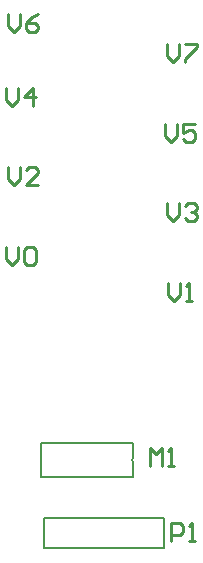
<source format=gto>
%FSLAX44Y44*%
%MOMM*%
G71*
G01*
G75*
G04 Layer_Color=65535*
%ADD10R,1.0000X0.7250*%
%ADD11R,0.8000X0.9000*%
%ADD12R,0.6000X1.3500*%
%ADD13R,0.4000X1.3500*%
%ADD14C,0.5000*%
%ADD15C,0.2540*%
%ADD16C,0.2000*%
%ADD17R,1.5000X1.5000*%
%ADD18C,1.5000*%
%ADD19C,0.6000*%
D15*
X646430Y863600D02*
Y878835D01*
X651508Y873757D01*
X656587Y878835D01*
Y863600D01*
X661665D02*
X666743D01*
X664204D01*
Y878835D01*
X661665Y876296D01*
X664210Y800100D02*
Y815335D01*
X671827D01*
X674367Y812796D01*
Y807718D01*
X671827Y805178D01*
X664210D01*
X679445Y800100D02*
X684523D01*
X681984D01*
Y815335D01*
X679445Y812796D01*
X524510Y1049015D02*
Y1038858D01*
X529588Y1033780D01*
X534667Y1038858D01*
Y1049015D01*
X539745Y1046476D02*
X542284Y1049015D01*
X547363D01*
X549902Y1046476D01*
Y1036319D01*
X547363Y1033780D01*
X542284D01*
X539745Y1036319D01*
Y1046476D01*
X661670Y1018535D02*
Y1008378D01*
X666748Y1003300D01*
X671827Y1008378D01*
Y1018535D01*
X676905Y1003300D02*
X681983D01*
X679444D01*
Y1018535D01*
X676905Y1015996D01*
X525780Y1116325D02*
Y1106168D01*
X530858Y1101090D01*
X535937Y1106168D01*
Y1116325D01*
X551172Y1101090D02*
X541015D01*
X551172Y1111247D01*
Y1113786D01*
X548633Y1116325D01*
X543554D01*
X541015Y1113786D01*
X660400Y1085845D02*
Y1075688D01*
X665478Y1070610D01*
X670557Y1075688D01*
Y1085845D01*
X675635Y1083306D02*
X678174Y1085845D01*
X683253D01*
X685792Y1083306D01*
Y1080767D01*
X683253Y1078227D01*
X680713D01*
X683253D01*
X685792Y1075688D01*
Y1073149D01*
X683253Y1070610D01*
X678174D01*
X675635Y1073149D01*
X524510Y1183635D02*
Y1173478D01*
X529588Y1168400D01*
X534667Y1173478D01*
Y1183635D01*
X547363Y1168400D02*
Y1183635D01*
X539745Y1176018D01*
X549902D01*
X659130Y1153155D02*
Y1142998D01*
X664208Y1137920D01*
X669287Y1142998D01*
Y1153155D01*
X684522D02*
X674365D01*
Y1145537D01*
X679443Y1148077D01*
X681983D01*
X684522Y1145537D01*
Y1140459D01*
X681983Y1137920D01*
X676904D01*
X674365Y1140459D01*
X525780Y1245865D02*
Y1235708D01*
X530858Y1230630D01*
X535937Y1235708D01*
Y1245865D01*
X551172D02*
X546093Y1243326D01*
X541015Y1238248D01*
Y1233169D01*
X543554Y1230630D01*
X548633D01*
X551172Y1233169D01*
Y1235708D01*
X548633Y1238248D01*
X541015D01*
X660400Y1220465D02*
Y1210308D01*
X665478Y1205230D01*
X670557Y1210308D01*
Y1220465D01*
X675635D02*
X685792D01*
Y1217926D01*
X675635Y1207769D01*
Y1205230D01*
D16*
X631900Y870265D02*
G03*
X631900Y867015I0J-1625D01*
G01*
X556260Y793750D02*
Y819150D01*
X657860D01*
X556260Y793750D02*
X657860D01*
Y819150D01*
X631900Y870265D02*
Y882790D01*
Y854490D02*
Y867015D01*
X553900Y854490D02*
X631900D01*
X553900D02*
Y882790D01*
X631900D01*
M02*

</source>
